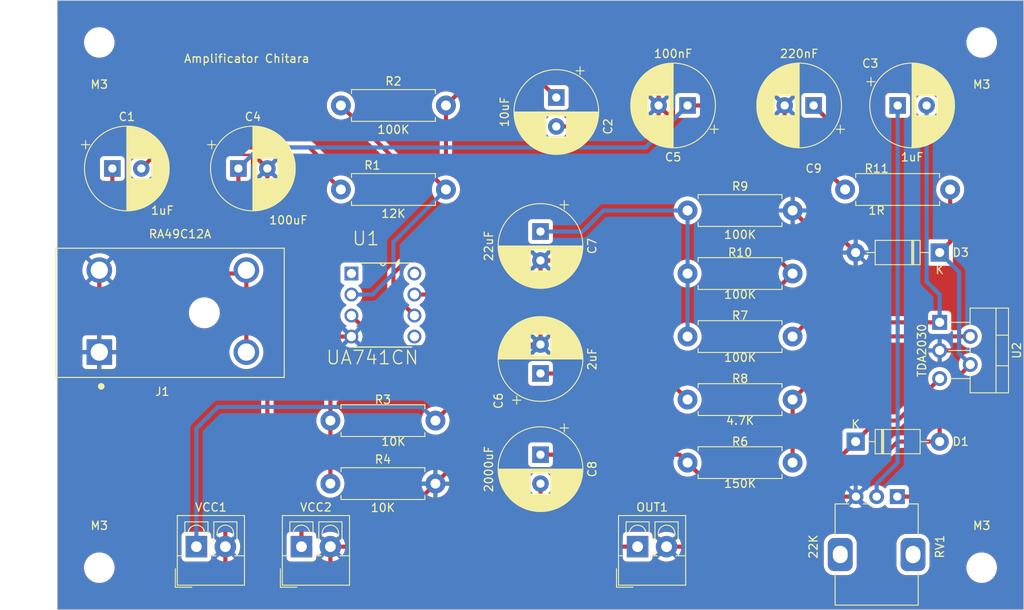
<source format=kicad_pcb>
(kicad_pcb (version 20221018) (generator pcbnew)
  (layers (0 "F.Cu" signal) (31 "B.Cu" signal) (34 "B.Paste" user) (35 "F.Paste" user) (36 "B.SilkS" user "B.Silkscreen") (37 "F.SilkS" user "F.Silkscreen") (38 "B.Mask" user) (39 "F.Mask" user) (44 "Edge.Cuts" user))
  (net 0 "")
  (net 1 "Net-(C1-Pad1)")
  (net 2 "Net-(C1-Pad2)")
  (net 3 "Net-(U1-OUT)")
  (net 4 "Net-(C2-Pad2)")
  (net 5 "Net-(C3-Pad1)")
  (net 6 "Net-(U2-+)")
  (net 7 "Net-(D1-K)")
  (net 8 "GND")
  (net 9 "Net-(C6-Pad1)")
  (net 10 "Net-(C7-Pad1)")
  (net 11 "Net-(D1-A)")
  (net 12 "Net-(OUT1-Pin_1)")
  (net 13 "Net-(C9-Pad1)")
  (net 14 "Net-(U1-NEG)")
  (net 15 "Net-(U1-VCC+)")
  (net 16 "Net-(U1-POS)")
  (net 17 "Net-(U2--)")
  (footprint "Capacitor_THT:CP_Radial_D10.0mm_P3.50mm" (layer "F.Cu") (at 67.62 53.34)
    (fp_text reference "C4" (at 1.75 -6.25) (layer "F.SilkS"))
    (fp_text value "100uF" (at 6.04 6.25) (layer "F.SilkS"))
    (pad "1" thru_hole rect (at 0 0) (size 2 2) (drill 1) (layers "*.Cu" "*.Mask") (net 7 "Net-(D1-K)"))
    (pad "2" thru_hole circle (at 3.5 0) (size 2 2) (drill 1) (layers "*.Cu" "*.Mask") (net 8 "GND"))
  )
  (footprint "TerminalBlock_4Ucon:TerminalBlock_4Ucon_1x02_P3.50mm_Vertical" (layer "F.Cu") (at 75.24 99.06)
    (fp_text reference "VCC2" (at 1.75 -4.76) (layer "F.SilkS"))
    (fp_text value "Conn_01x02_Pin" hide)
    (pad "1" thru_hole rect (at 0 0) (size 2.6 2.6) (drill 1.3) (layers "*.Cu" "*.Mask") (net 7 "Net-(D1-K)"))
    (pad "2" thru_hole circle (at 3.5 0) (size 2.6 2.6) (drill 1.3) (layers "*.Cu" "*.Mask") (net 8 "GND"))
  )
  (footprint "Resistor_THT:R_Axial_DIN0411_L9.9mm_D3.6mm_P12.70mm_Horizontal" (layer "F.Cu") (at 134.62 88.9 180)
    (fp_text reference "R6" (at 6.35 2.54 -360) (layer "F.SilkS"))
    (fp_text value "150K" (at 6.35 -2.54) (layer "F.SilkS"))
    (pad "1" thru_hole circle (at 0 0 180) (size 2.4 2.4) (drill 1.2) (layers "*.Cu" "*.Mask") (net 17 "Net-(U2--)"))
    (pad "2" thru_hole oval (at 12.7 0 180) (size 2.4 2.4) (drill 1.2) (layers "*.Cu" "*.Mask") (net 11 "Net-(D1-A)"))
  )
  (footprint "Capacitor_THT:CP_Radial_D10.0mm_P3.50mm" (layer "F.Cu") (at 147.32 45.72)
    (fp_text reference "C3" (at -3.309292 -5.08) (layer "F.SilkS"))
    (fp_text value "1uF" (at 1.75 6.25) (layer "F.SilkS"))
    (pad "1" thru_hole rect (at 0 0) (size 2 2) (drill 1) (layers "*.Cu" "*.Mask") (net 5 "Net-(C3-Pad1)"))
    (pad "2" thru_hole circle (at 3.5 0) (size 2 2) (drill 1) (layers "*.Cu" "*.Mask") (net 6 "Net-(U2-+)"))
  )
  (footprint "TerminalBlock_4Ucon:TerminalBlock_4Ucon_1x02_P3.50mm_Vertical" (layer "F.Cu") (at 62.54 99.06)
    (fp_text reference "VCC1" (at 1.75 -4.76) (layer "F.SilkS"))
    (fp_text value "Conn_01x02_Pin" hide)
    (pad "1" thru_hole rect (at 0 0) (size 2.6 2.6) (drill 1.3) (layers "*.Cu" "*.Mask") (net 15 "Net-(U1-VCC+)"))
    (pad "2" thru_hole circle (at 3.5 0) (size 2.6 2.6) (drill 1.3) (layers "*.Cu" "*.Mask") (net 8 "GND"))
  )
  (footprint "Resistor_THT:R_Axial_DIN0411_L9.9mm_D3.6mm_P12.70mm_Horizontal" (layer "F.Cu") (at 78.74 91.44)
    (fp_text reference "R4" (at 6.35 -2.92) (layer "F.SilkS"))
    (fp_text value "10K" (at 6.35 2.92) (layer "F.SilkS"))
    (pad "1" thru_hole circle (at 0 0) (size 2.4 2.4) (drill 1.2) (layers "*.Cu" "*.Mask") (net 16 "Net-(U1-POS)"))
    (pad "2" thru_hole oval (at 12.7 0) (size 2.4 2.4) (drill 1.2) (layers "*.Cu" "*.Mask") (net 8 "GND"))
  )
  (footprint "Resistor_THT:R_Axial_DIN0411_L9.9mm_D3.6mm_P12.70mm_Horizontal" (layer "F.Cu") (at 134.62 66.04 180)
    (fp_text reference "R10" (at 6.35 2.54 -360) (layer "F.SilkS"))
    (fp_text value "100K" (at 6.35 -2.54) (layer "F.SilkS"))
    (pad "1" thru_hole circle (at 0 0 180) (size 2.4 2.4) (drill 1.2) (layers "*.Cu" "*.Mask") (net 7 "Net-(D1-K)"))
    (pad "2" thru_hole oval (at 12.7 0 180) (size 2.4 2.4) (drill 1.2) (layers "*.Cu" "*.Mask") (net 10 "Net-(C7-Pad1)"))
  )
  (footprint "MountingHole:MountingHole_3.2mm_M3" (layer "F.Cu") (at 157.48 38.1)
    (fp_text reference "M3" (at 0 5.08) (layer "F.SilkS"))
    (fp_text value "MountingHole_3.2mm_M3" hide)
    (pad "" np_thru_hole circle (at 0 0) (size 3.2 3.2) (drill 3.2) (layers "*.Cu" "*.Mask"))
  )
  (footprint "UA741CN:DIP254P762X533-8" (layer "F.Cu") (at 88.9 73.66)
    (fp_text reference "U1" (at -5.87137 -11.85054) (layer "F.SilkS") (effects (font (size 1.641953 1.641953))))
    (fp_text value "UA741CN" (at -5.08 2.54) (layer "F.SilkS") (effects (font (size 1.642417 1.642417))))
    (pad "1" thru_hole rect (at -7.62 -7.62) (size 1.6764 1.6764) (drill 1.1176) (layers "*.Cu" "*.Mask"))
    (pad "2" thru_hole circle (at -7.62 -5.08) (size 1.6764 1.6764) (drill 1.1176) (layers "*.Cu" "*.Mask") (net 14 "Net-(U1-NEG)"))
    (pad "3" thru_hole circle (at -7.62 -2.54) (size 1.6764 1.6764) (drill 1.1176) (layers "*.Cu" "*.Mask") (net 16 "Net-(U1-POS)"))
    (pad "4" thru_hole circle (at -7.62 0) (size 1.6764 1.6764) (drill 1.1176) (layers "*.Cu" "*.Mask") (net 8 "GND"))
    (pad "5" thru_hole circle (at 0 0) (size 1.6764 1.6764) (drill 1.1176) (layers "*.Cu" "*.Mask"))
    (pad "6" thru_hole circle (at 0 -2.54) (size 1.6764 1.6764) (drill 1.1176) (layers "*.Cu" "*.Mask") (net 3 "Net-(U1-OUT)"))
    (pad "7" thru_hole circle (at 0 -5.08) (size 1.6764 1.6764) (drill 1.1176) (layers "*.Cu" "*.Mask") (net 15 "Net-(U1-VCC+)"))
    (pad "8" thru_hole circle (at 0 -7.62) (size 1.6764 1.6764) (drill 1.1176) (layers "*.Cu" "*.Mask"))
  )
  (footprint "Capacitor_THT:CP_Radial_D10.0mm_P3.50mm" (layer "F.Cu") (at 52.38 53.34)
    (fp_text reference "C1" (at 1.75 -6.25) (layer "F.SilkS"))
    (fp_text value "1uF" (at 6.04 5.08) (layer "F.SilkS"))
    (pad "1" thru_hole rect (at 0 0) (size 2 2) (drill 1) (layers "*.Cu" "*.Mask") (net 1 "Net-(C1-Pad1)"))
    (pad "2" thru_hole circle (at 3.5 0) (size 2 2) (drill 1) (layers "*.Cu" "*.Mask") (net 2 "Net-(C1-Pad2)"))
  )
  (footprint "Resistor_THT:R_Axial_DIN0411_L9.9mm_D3.6mm_P12.70mm_Horizontal" (layer "F.Cu") (at 80.01 55.88)
    (fp_text reference "R1" (at 3.81 -2.92) (layer "F.SilkS"))
    (fp_text value "12K" (at 6.35 2.92) (layer "F.SilkS"))
    (pad "1" thru_hole circle (at 0 0) (size 2.4 2.4) (drill 1.2) (layers "*.Cu" "*.Mask") (net 2 "Net-(C1-Pad2)"))
    (pad "2" thru_hole oval (at 12.7 0) (size 2.4 2.4) (drill 1.2) (layers "*.Cu" "*.Mask") (net 14 "Net-(U1-NEG)"))
  )
  (footprint "Resistor_THT:R_Axial_DIN0411_L9.9mm_D3.6mm_P12.70mm_Horizontal" (layer "F.Cu") (at 91.44 83.82 180)
    (fp_text reference "R3" (at 6.35 2.54 -360) (layer "F.SilkS"))
    (fp_text value "10K" (at 5.08 -2.54) (layer "F.SilkS"))
    (pad "1" thru_hole circle (at 0 0 180) (size 2.4 2.4) (drill 1.2) (layers "*.Cu" "*.Mask") (net 15 "Net-(U1-VCC+)"))
    (pad "2" thru_hole oval (at 12.7 0 180) (size 2.4 2.4) (drill 1.2) (layers "*.Cu" "*.Mask") (net 16 "Net-(U1-POS)"))
  )
  (footprint "Potentiometer_THT:Potentiometer_Alps_RK09K_Single_Vertical" (layer "F.Cu") (at 147.28 93.01 -90)
    (fp_text reference "RV1" (at 6.05 -5.15 90) (layer "F.SilkS"))
    (fp_text value "22K" (at 6.05 10.15 90) (layer "F.SilkS"))
    (pad "1" thru_hole rect (at 0 0 270) (size 1.8 1.8) (drill 1) (layers "*.Cu" "*.Mask") (net 4 "Net-(C2-Pad2)"))
    (pad "2" thru_hole circle (at 0 2.5 270) (size 1.8 1.8) (drill 1) (layers "*.Cu" "*.Mask") (net 5 "Net-(C3-Pad1)"))
    (pad "3" thru_hole circle (at 0 5 270) (size 1.8 1.8) (drill 1) (layers "*.Cu" "*.Mask") (net 8 "GND"))
    (pad "MP" thru_hole roundrect (at 7 -1.9 270) (size 4 3) (drill oval 2.1 1.8) (layers "*.Cu" "*.Mask"))
    (pad "MP" thru_hole roundrect (at 7 6.9 270) (size 4 3) (drill oval 2.1 1.8) (layers "*.Cu" "*.Mask"))
  )
  (footprint "Capacitor_THT:CP_Radial_D10.0mm_P3.50mm" (layer "F.Cu") (at 137.16 45.72 180)
    (fp_text reference "C9" (at 0 -7.62) (layer "F.SilkS"))
    (fp_text value "220nF" (at 1.75 6.25) (layer "F.SilkS"))
    (pad "1" thru_hole rect (at 0 0 180) (size 2 2) (drill 1) (layers "*.Cu" "*.Mask") (net 13 "Net-(C9-Pad1)"))
    (pad "2" thru_hole circle (at 3.5 0 180) (size 2 2) (drill 1) (layers "*.Cu" "*.Mask") (net 8 "GND"))
  )
  (footprint "Capacitor_THT:CP_Radial_D10.0mm_P3.50mm" (layer "F.Cu") (at 106.052786 44.76 -90)
    (fp_text reference "C2" (at 3.5 -6.25 90) (layer "F.SilkS"))
    (fp_text value "10uF" (at 1.75 6.25 90) (layer "F.SilkS"))
    (pad "1" thru_hole rect (at 0 0 270) (size 2 2) (drill 1) (layers "*.Cu" "*.Mask") (net 3 "Net-(U1-OUT)"))
    (pad "2" thru_hole circle (at 3.5 0 270) (size 2 2) (drill 1) (layers "*.Cu" "*.Mask") (net 4 "Net-(C2-Pad2)"))
  )
  (footprint "Resistor_THT:R_Axial_DIN0411_L9.9mm_D3.6mm_P12.70mm_Horizontal" (layer "F.Cu") (at 121.92 58.42)
    (fp_text reference "R9" (at 6.35 -2.92) (layer "F.SilkS"))
    (fp_text value "100K" (at 6.35 2.92) (layer "F.SilkS"))
    (pad "1" thru_hole circle (at 0 0) (size 2.4 2.4) (drill 1.2) (layers "*.Cu" "*.Mask") (net 10 "Net-(C7-Pad1)"))
    (pad "2" thru_hole oval (at 12.7 0) (size 2.4 2.4) (drill 1.2) (layers "*.Cu" "*.Mask") (net 8 "GND"))
  )
  (footprint "Capacitor_THT:CP_Radial_D10.0mm_P3.50mm" (layer "F.Cu") (at 104.14 87.94 -90)
    (fp_text reference "C8" (at 1.75 -6.25 90) (layer "F.SilkS"))
    (fp_text value "2000uF" (at 1.75 6.25 90) (layer "F.SilkS"))
    (pad "1" thru_hole rect (at 0 0 270) (size 2 2) (drill 1) (layers "*.Cu" "*.Mask") (net 11 "Net-(D1-A)"))
    (pad "2" thru_hole circle (at 3.5 0 270) (size 2 2) (drill 1) (layers "*.Cu" "*.Mask") (net 12 "Net-(OUT1-Pin_1)"))
  )
  (footprint "Capacitor_THT:CP_Radial_D10.0mm_P3.50mm" (layer "F.Cu") (at 104.14 78.12 90)
    (fp_text reference "C6" (at -3.309292 -5.08 90) (layer "F.SilkS"))
    (fp_text value "2uF" (at 1.75 6.25 90) (layer "F.SilkS"))
    (pad "1" thru_hole rect (at 0 0 90) (size 2 2) (drill 1) (layers "*.Cu" "*.Mask") (net 9 "Net-(C6-Pad1)"))
    (pad "2" thru_hole circle (at 3.5 0 90) (size 2 2) (drill 1) (layers "*.Cu" "*.Mask") (net 8 "GND"))
  )
  (footprint "MountingHole:MountingHole_3.2mm_M3" (layer "F.Cu") (at 50.8 101.6)
    (fp_text reference "M3" (at 0 -5.08) (layer "F.SilkS"))
    (fp_text value "MountingHole_3.2mm_M3" hide)
    (pad "" np_thru_hole circle (at 0 0) (size 3.2 3.2) (drill 3.2) (layers "*.Cu" "*.Mask"))
  )
  (footprint "Package_TO_SOT_THT:TO-220-5_P3.4x3.7mm_StaggerOdd_Lead3.8mm_Vertical" (layer "F.Cu") (at 152.4 71.94 -90)
    (fp_text reference "U2" (at 3.4 -9.32 90) (layer "F.SilkS"))
    (fp_text value "TDA2030" (at 3.4 2.15 90) (layer "F.SilkS"))
    (pad "1" thru_hole rect (at 0 0 270) (size 1.8 1.8) (drill 1.1) (layers "*.Cu" "*.Mask") (net 6 "Net-(U2-+)"))
    (pad "2" thru_hole oval (at 1.7 -3.7 270) (size 1.8 1.8) (drill 1.1) (layers "*.Cu" "*.Mask") (net 17 "Net-(U2--)"))
    (pad "3" thru_hole oval (at 3.4 0 270) (size 1.8 1.8) (drill 1.1) (layers "*.Cu" "*.Mask") (net 8 "GND"))
    (pad "4" thru_hole oval (at 5.1 -3.7 270) (size 1.8 1.8) (drill 1.1) (layers "*.Cu" "*.Mask") (net 11 "Net-(D1-A)"))
    (pad "5" thru_hole oval (at 6.8 0 270) (size 1.8 1.8) (drill 1.1) (layers "*.Cu" "*.Mask") (net 7 "Net-(D1-K)"))
  )
  (footprint "Resistor_THT:R_Axial_DIN0411_L9.9mm_D3.6mm_P12.70mm_Horizontal" (layer "F.Cu") (at 153.67 55.88 180)
    (fp_text reference "R11" (at 8.89 2.54 -360) (layer "F.SilkS"))
    (fp_text value "1R" (at 8.89 -2.54) (layer "F.SilkS"))
    (pad "1" thru_hole circle (at 0 0 180) (size 2.4 2.4) (drill 1.2) (layers "*.Cu" "*.Mask") (net 11 "Net-(D1-A)"))
    (pad "2" thru_hole oval (at 12.7 0 180) (size 2.4 2.4) (drill 1.2) (layers "*.Cu" "*.Mask") (net 13 "Net-(C9-Pad1)"))
  )
  (footprint "Capacitor_THT:CP_Radial_D10.0mm_P3.50mm" (layer "F.Cu") (at 104.14 60.96 -90)
    (fp_text reference "C7" (at 1.75 -6.25 90) (layer "F.SilkS"))
    (fp_text value "22uF" (at 1.75 6.25 90) (layer "F.SilkS"))
    (pad "1" thru_hole rect (at 0 0 270) (size 2 2) (drill 1) (layers "*.Cu" "*.Mask") (net 10 "Net-(C7-Pad1)"))
    (pad "2" thru_hole circle (at 3.5 0 270) (size 2 2) (drill 1) (layers "*.Cu" "*.Mask") (net 8 "GND"))
  )
  (footprint "Resistor_THT:R_Axial_DIN0411_L9.9mm_D3.6mm_P12.70mm_Horizontal" (layer "F.Cu") (at 134.62 73.66 180)
    (fp_text reference "R7" (at 6.35 2.54 -360) (layer "F.SilkS"))
    (fp_text value "100K" (at 6.35 -2.54) (layer "F.SilkS"))
    (pad "1" thru_hole circle (at 0 0 180) (size 2.4 2.4) (drill 1.2) (layers "*.Cu" "*.Mask") (net 6 "Net-(U2-+)"))
    (pad "2" thru_hole oval (at 12.7 0 180) (size 2.4 2.4) (drill 1.2) (layers "*.Cu" "*.Mask") (net 10 "Net-(C7-Pad1)"))
  )
  (footprint "RA49C12A:SWITCHCRAFT_RA49C12A" (layer "F.Cu") (at 56.11 70.79 180)
    (fp_text reference "J1" (at -2.31 -9.525 -360) (layer "F.SilkS"))
    (fp_text value "RA49C12A" (at -4.445 9.525) (layer "F.SilkS"))
    (pad "" np_thru_hole circle (at -7.39 0 180) (size 3.25 3.25) (drill 3.25) (layers "*.Cu" "*.Mask"))
    (pad "S1" thru_hole rect (at 5.31 -4.75 180) (size 3.096 3.096) (drill 2.08) (layers "*.Cu" "*.Mask") (net 8 "GND"))
    (pad "S2" thru_hole circle (at 5.31 5.16 180) (size 3.096 3.096) (drill 2.08) (layers "*.Cu" "*.Mask") (net 8 "GND"))
    (pad "T" thru_hole circle (at -12.47 -4.75 180) (size 3.096 3.096) (drill 2.08) (layers "*.Cu" "*.Mask") (net 1 "Net-(C1-Pad1)"))
    (pad "TB" thru_hole circle (at -12.47 5.16 180) (size 3.096 3.096) (drill 2.08) (layers "*.Cu" "*.Mask") (net 1 "Net-(C1-Pad1)"))
  )
  (footprint "MountingHole:MountingHole_3.2mm_M3" (layer "F.Cu") (at 157.48 101.6)
    (fp_text reference "M3" (at 0 -5.08) (layer "F.SilkS"))
    (fp_text value "MountingHole_3.2mm_M3" hide)
    (pad "" np_thru_hole circle (at 0 0) (size 3.2 3.2) (drill 3.2) (layers "*.Cu" "*.Mask"))
  )
  (footprint "Diode_THT:D_DO-41_SOD81_P10.16mm_Horizontal" (layer "F.Cu") (at 142.24 86.36)
    (fp_text reference "D1" (at 12.7 0) (layer "F.SilkS"))
    (fp_text value "1N4001")
    (fp_text user "K" (at 0 -2.1) (layer "F.SilkS"))
    (pad "1" thru_hole rect (at 0 0) (size 2.2 2.2) (drill 1.1) (layers "*.Cu" "*.Mask") (net 7 "Net-(D1-K)"))
    (pad "2" thru_hole oval (at 10.16 0) (size 2.2 2.2) (drill 1.1) (layers "*.Cu" "*.Mask") (net 11 "Net-(D1-A)"))
  )
  (footprint "TerminalBlock_4Ucon:TerminalBlock_4Ucon_1x02_P3.50mm_Vertical" (layer "F.Cu") (at 115.88 99.06)
    (fp_text reference "OUT1" (at 1.75 -4.76) (layer "F.SilkS"))
    (fp_text value "Conn_01x02_Pin" hide)
    (pad "1" thru_hole rect (at 0 0) (size 2.6 2.6) (drill 1.3) (layers "*.Cu" "*.Mask") (net 12 "Net-(OUT1-Pin_1)"))
    (pad "2" thru_hole circle (at 3.5 0) (size 2.6 2.6) (drill 1.3) (layers "*.Cu" "*.Mask") (net 8 "GND"))
  )
  (footprint "Resistor_THT:R_Axial_DIN0411_L9.9mm_D3.6mm_P12.70mm_Horizontal" (layer "F.Cu") (at 80.01 45.72)
    (fp_text reference "R2" (at 6.35 -2.92) (layer "F.SilkS"))
    (fp_text value "100K" (at 6.35 2.92) (layer "F.SilkS"))
    (pad "1" thru_hole circle (at 0 0) (size 2.4 2.4) (drill 1.2) (layers "*.Cu" "*.Mask") (net 14 "Net-(U1-NEG)"))
    (pad "2" thru_hole oval (at 12.7 0) (size 2.4 2.4) (drill 1.2) (layers "*.Cu" "*.Mask") (net 3 "Net-(U1-OUT)"))
  )
  (footprint "Resistor_THT:R_Axial_DIN0411_L9.9mm_D3.6mm_P12.70mm_Horizontal" (layer "F.Cu") (at 134.62 81.28 180)
    (fp_text reference "R8" (at 6.35 2.54 -360) (layer "F.SilkS"))
    (fp_text value "4.7K" (at 6.35 -2.54) (layer "F.SilkS"))
    (pad "1" thru_hole circle (at 0 0 180) (size 2.4 2.4) (drill 1.2) (layers "*.Cu" "*.Mask") (net 17 "Net-(U2--)"))
    (pad "2" thru_hole oval (at 12.7 0 180) (size 2.4 2.4) (drill 1.2) (layers "*.Cu" "*.Mask") (net 9 "Net-(C6-Pad1)"))
  )
  (footprint "MountingHole:MountingHole_3.2mm_M3" (layer "F.Cu") (at 50.8 38.1)
    (fp_text reference "M3" (at 0 5.08) (layer "F.SilkS"))
    (fp_text value "MountingHole_3.2mm_M3" hide)
    (pad "" np_thru_hole circle (at 0 0) (size 3.2 3.2) (drill 3.2) (layers "*.Cu" "*.Mask"))
  )
  (footprint "Diode_THT:D_DO-41_SOD81_P10.16mm_Horizontal" (layer "F.Cu") (at 152.4 63.5 180)
    (fp_text reference "D3" (at -2.54 0) (layer "F.SilkS"))
    (fp_text value "1N4001")
    (fp_text user "K" (at 0 -2.1) (layer "F.SilkS"))
    (pad "1" thru_hole rect (at 0 0 180) (size 2.2 2.2) (drill 1.1) (layers "*.Cu" "*.Mask") (net 11 "Net-(D1-A)"))
    (pad "2" thru_hole oval (at 10.16 0 180) (size 2.2 2.2) (drill 1.1) (layers "*.Cu" "*.Mask") (net 8 "GND"))
  )
  (footprint "Capacitor_THT:CP_Radial_D10.0mm_P3.50mm" (layer "F.Cu") (at 121.92 45.72 180)
    (fp_text reference "C5" (at 1.75 -6.25) (layer "F.SilkS"))
    (fp_text value "100nF" (at 1.75 6.25) (layer "F.SilkS"))
    (pad "1" thru_hole rect (at 0 0 180) (size 2 2) (drill 1) (layers "*.Cu" "*.Mask") (net 7 "Net-(D1-K)"))
    (pad "2" thru_hole circle (at 3.5 0 180) (size 2 2) (drill 1) (layers "*.Cu" "*.Mask") (net 8 "GND"))
  )
  (gr_rect (start 45.72 33.02) (end 162.56 106.68) (stroke (width 0.1)) (fill none) (layer "Edge.Cuts"))
  (gr_text "Amplificator Chitara" (at 60.96 40.64) (layer "F.SilkS") (effects (font (size 1 1)) (justify left bottom)))
  (segment (start 60.96 66.04) (end 68.58 66.04) (width 0.5) (layer "F.Cu") (net 1))
  (segment (start 52.38 57.46) (end 60.96 66.04) (width 0.5) (layer "F.Cu") (net 1))
  (segment (start 68.58 66.04) (end 68.58 75.95) (width 0.5) (layer "F.Cu") (net 1))
  (segment (start 52.38 53.34) (end 52.38 57.46) (width 0.5) (layer "F.Cu") (net 1))
  (segment (start 58.42 50.8) (end 55.88 53.34) (width 0.5) (layer "F.Cu") (net 2))
  (segment (start 78.74 54.61) (end 78.74 53.34) (width 0.5) (layer "F.Cu") (net 2))
  (segment (start 80.01 55.88) (end 78.74 54.61) (width 0.5) (layer "F.Cu") (net 2))
  (segment (start 78.74 53.34) (end 76.2 50.8) (width 0.5) (layer "F.Cu") (net 2))
  (segment (start 76.2 50.8) (end 58.42 50.8) (width 0.5) (layer "F.Cu") (net 2))
  (segment (start 96.52 60.96) (end 93.98 63.5) (width 0.5) (layer "F.Cu") (net 3))
  (segment (start 86.36 66.04) (end 86.36 68.58) (width 0.5) (layer "F.Cu") (net 3))
  (segment (start 93.98 63.5) (end 88.9 63.5) (width 0.5) (layer "F.Cu") (net 3))
  (segment (start 92.71 45.72) (end 95.25 43.18) (width 0.5) (layer "F.Cu") (net 3))
  (segment (start 96.52 55.88) (end 96.52 60.96) (width 0.5) (layer "F.Cu") (net 3))
  (segment (start 95.25 43.18) (end 104.472786 43.18) (width 0.5) (layer "F.Cu") (net 3))
  (segment (start 104.472786 43.18) (end 106.052786 44.76) (width 0.5) (layer "F.Cu") (net 3))
  (segment (start 92.71 52.07) (end 96.52 55.88) (width 0.5) (layer "F.Cu") (net 3))
  (segment (start 92.71 45.72) (end 92.71 52.07) (width 0.5) (layer "F.Cu") (net 3))
  (segment (start 88.9 63.5) (end 86.36 66.04) (width 0.5) (layer "F.Cu") (net 3))
  (segment (start 86.36 68.58) (end 88.9 71.12) (width 0.5) (layer "F.Cu") (net 3))
  (segment (start 157.48 53.34) (end 154.94 50.8) (width 0.5) (layer "F.Cu") (net 4))
  (segment (start 116.84 38.1) (end 111.76 43.18) (width 0.5) (layer "F.Cu") (net 4))
  (segment (start 109.22 48.26) (end 106.052786 48.26) (width 0.5) (layer "F.Cu") (net 4))
  (segment (start 147.28 93.01) (end 155.91 93.01) (width 0.5) (layer "F.Cu") (net 4))
  (segment (start 154.94 43.18) (end 149.86 38.1) (width 0.5) (layer "F.Cu") (net 4))
  (segment (start 111.76 43.18) (end 111.76 45.72) (width 0.5) (layer "F.Cu") (net 4))
  (segment (start 149.86 38.1) (end 116.84 38.1) (width 0.5) (layer "F.Cu") (net 4))
  (segment (start 111.76 45.72) (end 109.22 48.26) (width 0.5) (layer "F.Cu") (net 4))
  (segment (start 160.02 71.12) (end 157.48 68.58) (width 0.5) (layer "F.Cu") (net 4))
  (segment (start 157.48 68.58) (end 157.48 53.34) (width 0.5) (layer "F.Cu") (net 4))
  (segment (start 154.94 50.8) (end 154.94 43.18) (width 0.5) (layer "F.Cu") (net 4))
  (segment (start 160.02 88.9) (end 160.02 71.12) (width 0.5) (layer "F.Cu") (net 4))
  (segment (start 155.91 93.01) (end 160.02 88.9) (width 0.5) (layer "F.Cu") (net 4))
  (segment (start 144.78 91.44) (end 144.78 93.01) (width 0.5) (layer "B.Cu") (net 5))
  (segment (start 147.32 88.9) (end 147.32 45.72) (width 0.5) (layer "B.Cu") (net 5))
  (segment (start 147.32 88.9) (end 144.78 91.44) (width 0.5) (layer "B.Cu") (net 5))
  (segment (start 134.62 73.66) (end 136.34 71.94) (width 0.5) (layer "F.Cu") (net 6))
  (segment (start 136.34 71.94) (end 152.4 71.94) (width 0.5) (layer "F.Cu") (net 6))
  (segment (start 150.82 67) (end 152.4 68.58) (width 0.5) (layer "B.Cu") (net 6))
  (segment (start 150.82 45.72) (end 150.82 67) (width 0.5) (layer "B.Cu") (net 6))
  (segment (start 152.4 68.58) (end 152.4 71.94) (width 0.5) (layer "B.Cu") (net 6))
  (segment (start 124.46 45.72) (end 132.08 53.34) (width 0.5) (layer "F.Cu") (net 7))
  (segment (start 132.08 53.34) (end 132.08 63.5) (width 0.5) (layer "F.Cu") (net 7))
  (segment (start 75.24 95.56) (end 75.24 99.06) (width 0.5) (layer "F.Cu") (net 7))
  (segment (start 121.92 45.72) (end 124.46 45.72) (width 0.5) (layer "F.Cu") (net 7))
  (segment (start 129.54 71.12) (end 129.54 88.9) (width 0.5) (layer "F.Cu") (net 7))
  (segment (start 144.78 83.82) (end 147.32 83.82) (width 0.5) (layer "F.Cu") (net 7))
  (segment (start 129.54 88.9) (end 132.08 91.44) (width 0.5) (layer "F.Cu") (net 7))
  (segment (start 142.24 86.36) (end 144.78 83.82) (width 0.5) (layer "F.Cu") (net 7))
  (segment (start 71.12 91.44) (end 75.24 95.56) (width 0.5) (layer "F.Cu") (net 7))
  (segment (start 132.08 91.44) (end 137.16 91.44) (width 0.5) (layer "F.Cu") (net 7))
  (segment (start 137.16 91.44) (end 142.24 86.36) (width 0.5) (layer "F.Cu") (net 7))
  (segment (start 147.32 83.82) (end 152.4 78.74) (width 0.5) (layer "F.Cu") (net 7))
  (segment (start 132.08 63.5) (end 134.62 66.04) (width 0.5) (layer "F.Cu") (net 7))
  (segment (start 71.12 63.5) (end 71.12 91.44) (width 0.5) (layer "F.Cu") (net 7))
  (segment (start 134.62 66.04) (end 129.54 71.12) (width 0.5) (layer "F.Cu") (net 7))
  (segment (start 67.62 60) (end 71.12 63.5) (width 0.5) (layer "F.Cu") (net 7))
  (segment (start 67.62 53.34) (end 67.62 60) (width 0.5) (layer "F.Cu") (net 7))
  (segment (start 116.84 50.8) (end 121.92 45.72) (width 0.5) (layer "B.Cu") (net 7))
  (segment (start 70.16 50.8) (end 116.84 50.8) (width 0.5) (layer "B.Cu") (net 7))
  (segment (start 67.62 53.34) (end 70.16 50.8) (width 0.5) (layer "B.Cu") (net 7))
  (segment (start 78.74 99.06) (end 83.82 99.06) (width 0.5) (layer "F.Cu") (net 8))
  (segment (start 110.8 64.46) (end 104.14 64.46) (width 0.5) (layer "F.Cu") (net 8))
  (segment (start 50.8 75.54) (end 50.8 78.74) (width 0.5) (layer "F.Cu") (net 8))
  (segment (start 134.62 58.42) (end 137.16 60.96) (width 0.5) (layer "F.Cu") (net 8))
  (segment (start 96.52 78.74) (end 96.52 86.36) (width 0.5) (layer "F.Cu") (net 8))
  (segment (start 50.8 78.74) (end 53.34 81.28) (width 0.5) (layer "F.Cu") (net 8))
  (segment (start 134.62 99.06) (end 119.38 99.06) (width 0.5) (layer "F.Cu") (net 8))
  (segment (start 76.2 73.66) (end 81.28 73.66) (width 0.5) (layer "F.Cu") (net 8))
  (segment (start 104.14 64.46) (end 104.14 74.62) (width 0.5) (layer "F.Cu") (net 8))
  (segment (start 53.34 81.28) (end 58.42 81.28) (width 0.5) (layer "F.Cu") (net 8))
  (segment (start 66.04 88.9) (end 66.04 99.06) (width 0.5) (layer "F.Cu") (net 8))
  (segment (start 142.28 93.01) (end 140.67 93.01) (width 0.5) (layer "F.Cu") (net 8))
  (segment (start 118.42 44.14) (end 118.42 45.72) (width 0.5) (layer "F.Cu") (net 8))
  (segment (start 96.52 86.36) (end 91.44 91.44) (width 0.5) (layer "F.Cu") (net 8))
  (segment (start 118.42 45.72) (end 118.42 56.84) (width 0.5) (layer "F.Cu") (net 8))
  (segment (start 137.16 60.96) (end 139.7 60.96) (width 0.5) (layer "F.Cu") (net 8))
  (segment (start 58.42 81.28) (end 66.04 88.9) (width 0.5) (layer "F.Cu") (net 8))
  (segment (start 78.74 101.6) (end 78.74 99.06) (width 0.5) (layer "F.Cu") (net 8))
  (segment (start 140.67 93.01) (end 134.62 99.06) (width 0.5) (layer "F.Cu") (net 8))
  (segment (start 50.8 65.63) (end 50.8 75.54) (width 0.5) (layer "F.Cu") (net 8))
  (segment (start 104.14 74.62) (end 100.64 74.62) (width 0.5) (layer "F.Cu") (net 8))
  (segment (start 139.7 60.96) (end 142.24 63.5) (width 0.5) (layer "F.Cu") (net 8))
  (segment (start 66.04 101.6) (end 68.58 104.14) (width 0.5) (layer "F.Cu") (net 8))
  (segment (start 73.66 71.12) (end 76.2 73.66) (width 0.5) (layer "F.Cu") (net 8))
  (segment (start 133.66 47.3) (end 134.62 48.26) (width 0.5) (layer "F.Cu") (net 8))
  (segment (start 71.12 60.96) (end 73.66 63.5) (width 0.5) (layer "F.Cu") (net 8))
  (segment (start 133.66 45.72) (end 131.12 43.18) (width 0.5) (layer "F.Cu") (net 8))
  (segment (start 83.82 99.06) (end 91.44 91.44) (width 0.5) (layer "F.Cu") (net 8))
  (segment (start 66.04 99.06) (end 66.04 101.6) (width 0.5) (layer "F.Cu") (net 8))
  (segment (start 100.64 74.62) (end 96.52 78.74) (width 0.5) (layer "F.Cu") (net 8))
  (segment (start 118.42 56.84) (end 110.8 64.46) (width 0.5) (layer "F.Cu") (net 8))
  (segment (start 131.12 43.18) (end 119.38 43.18) (width 0.5) (layer "F.Cu") (net 8))
  (segment (start 134.62 48.26) (end 134.62 58.42) (width 0.5) (layer "F.Cu") (net 8))
  (segment (start 133.66 45.72) (end 133.66 47.3) (width 0.5) (layer "F.Cu") (net 8))
  (segment (start 73.66 63.5) (end 73.66 71.12) (width 0.5) (layer "F.Cu") (net 8))
  (segment (start 119.38 43.18) (end 118.42 44.14) (width 0.5) (layer "F.Cu") (net 8))
  (segment (start 68.58 104.14) (end 76.2 104.14) (width 0.5) (layer "F.Cu") (net 8))
  (segment (start 71.12 53.34) (end 71.12 60.96) (width 0.5) (layer "F.Cu") (net 8))
  (segment (start 76.2 104.14) (end 78.74 101.6) (width 0.5) (layer "F.Cu") (net 8))
  (segment (start 142.24 63.5) (end 144.82 66.08) (width 0.5) (layer "B.Cu") (net 8))
  (segment (start 144.78 86.36) (end 144.78 88.9) (width 0.5) (layer "B.Cu") (net 8))
  (segment (start 142.24 93.179594) (end 145.580406 96.52) (width 0.5) (layer "B.Cu") (net 8))
  (segment (start 152.4 91.44) (end 149.86 88.9) (width 0.5) (layer "B.Cu") (net 8))
  (segment (start 144.82 66.08) (end 144.82 86.32) (width 0.5) (layer "B.Cu") (net 8))
  (segment (start 142.24 91.44) (end 142.24 93.179594) (width 0.5) (layer "B.Cu") (net 8))
  (segment (start 81.28 73.66) (end 82.5682 74.9482) (width 0.5) (layer "B.Cu") (net 8))
  (segment (start 103.8118 74.9482) (end 104.14 74.62) (width 0.5) (layer "B.Cu") (net 8))
  (segment (start 144.78 88.9) (end 142.24 91.44) (width 0.5) (layer "B.Cu") (net 8))
  (segment (start 152.4 93.98) (end 152.4 91.44) (width 0.5) (layer "B.Cu") (net 8))
  (segment (start 150.72 75.34) (end 152.4 75.34) (width 0.5) (layer "B.Cu") (net 8))
  (segment (start 144.82 86.32) (end 144.78 86.36) (width 0.5) (layer "B.Cu") (net 8))
  (segment (start 82.5682 74.9482) (end 103.8118 74.9482) (width 0.5) (layer "B.Cu") (net 8))
  (segment (start 149.86 96.52) (end 152.4 93.98) (width 0.5) (layer "B.Cu") (net 8))
  (segment (start 145.580406 96.52) (end 149.86 96.52) (width 0.5) (layer "B.Cu") (net 8))
  (segment (start 149.86 76.2) (end 150.72 75.34) (width 0.5) (layer "B.Cu") (net 8))
  (segment (start 149.86 88.9) (end 149.86 76.2) (width 0.5) (layer "B.Cu") (net 8))
  (segment (start 118.76 78.12) (end 121.92 81.28) (width 0.5) (layer "F.Cu") (net 9))
  (segment (start 104.14 78.12) (end 118.76 78.12) (width 0.5) (layer "F.Cu") (net 9))
  (segment (start 109.22 60.96) (end 111.76 58.42) (width 0.5) (layer "B.Cu") (net 10))
  (segment (start 104.14 60.96) (end 109.22 60.96) (width 0.5) (layer "B.Cu") (net 10))
  (segment (start 121.92 66.04) (end 121.92 73.66) (width 0.5) (layer "B.Cu") (net 10))
  (segment (start 111.76 58.42) (end 121.92 58.42) (width 0.5) (layer "B.Cu") (net 10))
  (segment (start 121.92 58.42) (end 121.92 66.04) (width 0.5) (layer "B.Cu") (net 10))
  (segment (start 120.96 87.94) (end 121.92 88.9) (width 0.5) (layer "F.Cu") (net 11))
  (segment (start 147.32 86.36) (end 152.4 86.36) (width 0.5) (layer "F.Cu") (net 11))
  (segment (start 127 93.98) (end 137.16 93.98) (width 0.5) (layer "F.Cu") (net 11))
  (segment (start 144.78 88.9) (end 147.32 86.36) (width 0.5) (layer "F.Cu") (net 11))
  (segment (start 154.94 81.28) (end 154.94 78.2) (width 0.5) (layer "F.Cu") (net 11))
  (segment (start 153.67 62.23) (end 152.4 63.5) (width 0.5) (layer "F.Cu") (net 11))
  (segment (start 152.4 83.82) (end 154.94 81.28) (width 0.5) (layer "F.Cu") (net 11))
  (segment (start 121.92 88.9) (end 127 93.98) (width 0.5) (layer "F.Cu") (net 11))
  (segment (start 152.4 86.36) (end 152.4 83.82) (width 0.5) (layer "F.Cu") (net 11))
  (segment (start 154.94 78.2) (end 156.1 77.04) (width 0.5) (layer "F.Cu") (net 11))
  (segment (start 104.14 87.94) (end 120.96 87.94) (width 0.5) (layer "F.Cu") (net 11))
  (segment (start 153.67 55.88) (end 153.67 62.23) (width 0.5) (layer "F.Cu") (net 11))
  (segment (start 142.24 88.9) (end 144.78 88.9) (width 0.5) (layer "F.Cu") (net 11))
  (segment (start 137.16 93.98) (end 142.24 88.9) (width 0.5) (layer "F.Cu") (net 11))
  (segment (start 154.75 65.85) (end 154.75 75.69) (width 0.5) (layer "B.Cu") (net 11))
  (segment (start 154.75 75.69) (end 156.1 77.04) (width 0.5) (layer "B.Cu") (net 11))
  (segment (start 152.4 63.5) (end 154.75 65.85) (width 0.5) (layer "B.Cu") (net 11))
  (segment (start 104.14 96.52) (end 106.68 99.06) (width 0.5) (layer "F.Cu") (net 12))
  (segment (start 106.68 99.06) (end 115.88 99.06) (width 0.5) (layer "F.Cu") (net 12))
  (segment (start 104.14 91.44) (end 104.14 96.52) (width 0.5) (layer "F.Cu") (net 12))
  (segment (start 137.16 45.72) (end 139.7 48.26) (width 0.5) (layer "F.Cu") (net 13))
  (segment (start 139.7 54.61) (end 140.97 55.88) (width 0.5) (layer "F.Cu") (net 13))
  (segment (start 139.7 48.26) (end 139.7 54.61) (width 0.5) (layer "F.Cu") (net 13))
  (segment (start 90.17 53.34) (end 87.63 53.34) (width 0.5) (layer "F.Cu") (net 14))
  (segment (start 87.63 53.34) (end 80.01 45.72) (width 0.5) (layer "F.Cu") (net 14))
  (segment (start 92.71 55.88) (end 90.17 53.34) (width 0.5) (layer "F.Cu") (net 14))
  (segment (start 92.71 55.88) (end 86.36 62.23) (width 0.5) (layer "B.Cu") (net 14))
  (segment (start 86.36 66.04) (end 83.82 68.58) (width 0.5) (layer "B.Cu") (net 14))
  (segment (start 83.82 68.58) (end 81.28 68.58) (width 0.5) (layer "B.Cu") (net 14))
  (segment (start 86.36 62.23) (end 86.36 66.04) (width 0.5) (layer "B.Cu") (net 14))
  (segment (start 93.98 71.12) (end 93.98 81.28) (width 0.5) (layer "F.Cu") (net 15))
  (segment (start 91.44 68.58) (end 93.98 71.12) (width 0.5) (layer "F.Cu") (net 15))
  (segment (start 88.9 68.58) (end 91.44 68.58) (width 0.5) (layer "F.Cu") (net 15))
  (segment (start 93.98 81.28) (end 91.44 83.82) (width 0.5) (layer "F.Cu") (net 15))
  (segment (start 65.15 82.17) (end 89.79 82.17) (width 0.5) (layer "B.Cu") (net 15))
  (segment (start 62.54 84.78) (end 65.15 82.17) (width 0.5) (layer "B.Cu") (net 15))
  (segment (start 62.54 99.06) (end 62.54 84.78) (width 0.5) (layer "B.Cu") (net 15))
  (segment (start 89.79 82.17) (end 91.44 83.82) (width 0.5) (layer "B.Cu") (net 15))
  (segment (start 83.82 76.2) (end 83.82 73.66) (width 0.5) (layer "F.Cu") (net 16))
  (segment (start 83.82 73.66) (end 81.28 71.12) (width 0.5) (layer "F.Cu") (net 16))
  (segment (start 78.74 91.44) (end 78.74 83.82) (width 0.5) (layer "F.Cu") (net 16))
  (segment (start 78.74 83.82) (end 78.74 81.28) (width 0.5) (layer "F.Cu") (net 16))
  (segment (start 78.74 81.28) (end 83.82 76.2) (width 0.5) (layer "F.Cu") (net 16))
  (segment (start 134.62 88.9) (end 134.62 81.28) (width 0.5) (layer "F.Cu") (net 17))
  (segment (start 142.26 73.64) (end 156.1 73.64) (width 0.5) (layer "F.Cu") (net 17))
  (segment (start 134.62 81.28) (end 142.26 73.64) (width 0.5) (layer "F.Cu") (net 17))
  (zone (net 8) (net_name "GND") (layer "F.Cu") (connect_pads (clearance 0.5)) (min_thickness 0.25) (fill yes (thermal_gap 0.5) (thermal_bridge_width 0.5))
    (polygon (pts (xy 162.56 33.02) (xy 45.72 33.02) (xy 45.72 106.68) (xy 162.56 106.68)))
  )
  (zone (net 8) (net_name "GND") (layer "B.Cu") (priority 1) (connect_pads (clearance 0.5)) (min_thickness 0.25) (fill yes (thermal_gap 0.5) (thermal_bridge_width 0.5))
    (polygon (pts (xy 45.72 33.02) (xy 162.56 33.02) (xy 162.56 106.68) (xy 45.72 106.68)))
  )
)
</source>
